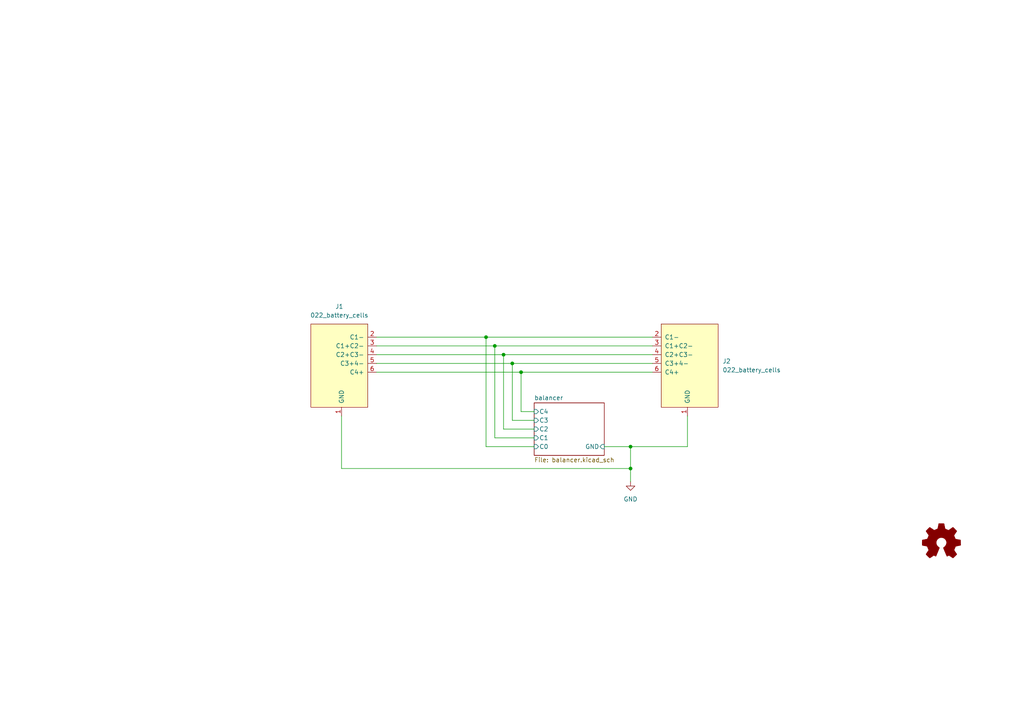
<source format=kicad_sch>
(kicad_sch
	(version 20250114)
	(generator "eeschema")
	(generator_version "9.0")
	(uuid "57732dd3-1162-4c3f-88bd-31bf473d124d")
	(paper "A4")
	(lib_symbols
		(symbol "Graphic:Logo_Open_Hardware_Small"
			(pin_names
				(offset 1.016)
			)
			(exclude_from_sim no)
			(in_bom yes)
			(on_board yes)
			(property "Reference" "#LOGO"
				(at 0 6.985 0)
				(effects
					(font
						(size 1.27 1.27)
					)
					(hide yes)
				)
			)
			(property "Value" "Logo_Open_Hardware_Small"
				(at 0 -5.715 0)
				(effects
					(font
						(size 1.27 1.27)
					)
					(hide yes)
				)
			)
			(property "Footprint" ""
				(at 0 0 0)
				(effects
					(font
						(size 1.27 1.27)
					)
					(hide yes)
				)
			)
			(property "Datasheet" "~"
				(at 0 0 0)
				(effects
					(font
						(size 1.27 1.27)
					)
					(hide yes)
				)
			)
			(property "Description" "Open Hardware logo, small"
				(at 0 0 0)
				(effects
					(font
						(size 1.27 1.27)
					)
					(hide yes)
				)
			)
			(property "ki_keywords" "Logo"
				(at 0 0 0)
				(effects
					(font
						(size 1.27 1.27)
					)
					(hide yes)
				)
			)
			(symbol "Logo_Open_Hardware_Small_0_1"
				(polyline
					(pts
						(xy 3.3528 -4.3434) (xy 3.302 -4.318) (xy 3.175 -4.2418) (xy 2.9972 -4.1148) (xy 2.7686 -3.9624)
						(xy 2.54 -3.81) (xy 2.3622 -3.7084) (xy 2.2352 -3.6068) (xy 2.1844 -3.5814) (xy 2.159 -3.6068)
						(xy 2.0574 -3.6576) (xy 1.905 -3.7338) (xy 1.8034 -3.7846) (xy 1.6764 -3.8354) (xy 1.6002 -3.8354)
						(xy 1.6002 -3.8354) (xy 1.5494 -3.7338) (xy 1.4732 -3.5306) (xy 1.3462 -3.302) (xy 1.2446 -3.0226)
						(xy 1.1176 -2.7178) (xy 0.9652 -2.413) (xy 0.8636 -2.1082) (xy 0.7366 -1.8288) (xy 0.6604 -1.6256)
						(xy 0.6096 -1.4732) (xy 0.5842 -1.397) (xy 0.5842 -1.397) (xy 0.6604 -1.3208) (xy 0.7874 -1.2446)
						(xy 1.0414 -1.016) (xy 1.2954 -0.6858) (xy 1.4478 -0.3302) (xy 1.524 0.0762) (xy 1.4732 0.4572)
						(xy 1.3208 0.8128) (xy 1.0668 1.143) (xy 0.762 1.3716) (xy 0.4064 1.524) (xy 0 1.5748) (xy -0.381 1.5494)
						(xy -0.7366 1.397) (xy -1.0668 1.143) (xy -1.2192 0.9906) (xy -1.397 0.6604) (xy -1.524 0.3048)
						(xy -1.524 0.2286) (xy -1.4986 -0.1778) (xy -1.397 -0.5334) (xy -1.1938 -0.8636) (xy -0.9144 -1.143)
						(xy -0.8636 -1.1684) (xy -0.7366 -1.27) (xy -0.635 -1.3462) (xy -0.5842 -1.397) (xy -1.0668 -2.5908)
						(xy -1.143 -2.794) (xy -1.2954 -3.1242) (xy -1.397 -3.4036) (xy -1.4986 -3.6322) (xy -1.5748 -3.7846)
						(xy -1.6002 -3.8354) (xy -1.6002 -3.8354) (xy -1.651 -3.8354) (xy -1.7272 -3.81) (xy -1.905 -3.7338)
						(xy -2.0066 -3.683) (xy -2.1336 -3.6068) (xy -2.2098 -3.5814) (xy -2.2606 -3.6068) (xy -2.3622 -3.683)
						(xy -2.54 -3.81) (xy -2.7686 -3.9624) (xy -2.9718 -4.0894) (xy -3.1496 -4.2164) (xy -3.302 -4.318)
						(xy -3.3528 -4.3434) (xy -3.3782 -4.3434) (xy -3.429 -4.318) (xy -3.5306 -4.2164) (xy -3.7084 -4.064)
						(xy -3.937 -3.8354) (xy -3.9624 -3.81) (xy -4.1656 -3.6068) (xy -4.318 -3.4544) (xy -4.4196 -3.3274)
						(xy -4.445 -3.2766) (xy -4.445 -3.2766) (xy -4.4196 -3.2258) (xy -4.318 -3.0734) (xy -4.2164 -2.8956)
						(xy -4.064 -2.667) (xy -3.6576 -2.0828) (xy -3.8862 -1.5494) (xy -3.937 -1.3716) (xy -4.0386 -1.1684)
						(xy -4.0894 -1.0414) (xy -4.1148 -0.9652) (xy -4.191 -0.9398) (xy -4.318 -0.9144) (xy -4.5466 -0.8636)
						(xy -4.8006 -0.8128) (xy -5.0546 -0.7874) (xy -5.2578 -0.7366) (xy -5.4356 -0.7112) (xy -5.5118 -0.6858)
						(xy -5.5118 -0.6858) (xy -5.5372 -0.635) (xy -5.5372 -0.5588) (xy -5.5372 -0.4318) (xy -5.5626 -0.2286)
						(xy -5.5626 0.0762) (xy -5.5626 0.127) (xy -5.5372 0.4064) (xy -5.5372 0.635) (xy -5.5372 0.762)
						(xy -5.5372 0.8382) (xy -5.5372 0.8382) (xy -5.461 0.8382) (xy -5.3086 0.889) (xy -5.08 0.9144)
						(xy -4.826 0.9652) (xy -4.8006 0.9906) (xy -4.5466 1.0414) (xy -4.318 1.0668) (xy -4.1656 1.1176)
						(xy -4.0894 1.143) (xy -4.0894 1.143) (xy -4.0386 1.2446) (xy -3.9624 1.4224) (xy -3.8608 1.6256)
						(xy -3.7846 1.8288) (xy -3.7084 2.0066) (xy -3.6576 2.159) (xy -3.6322 2.2098) (xy -3.6322 2.2098)
						(xy -3.683 2.286) (xy -3.7592 2.413) (xy -3.8862 2.5908) (xy -4.064 2.8194) (xy -4.064 2.8448)
						(xy -4.2164 3.0734) (xy -4.3434 3.2512) (xy -4.4196 3.3782) (xy -4.445 3.4544) (xy -4.445 3.4544)
						(xy -4.3942 3.5052) (xy -4.2926 3.6322) (xy -4.1148 3.81) (xy -3.937 4.0132) (xy -3.8608 4.064)
						(xy -3.6576 4.2926) (xy -3.5052 4.4196) (xy -3.4036 4.4958) (xy -3.3528 4.5212) (xy -3.3528 4.5212)
						(xy -3.302 4.4704) (xy -3.1496 4.3688) (xy -2.9718 4.2418) (xy -2.7432 4.0894) (xy -2.7178 4.0894)
						(xy -2.4892 3.937) (xy -2.3114 3.81) (xy -2.1844 3.7084) (xy -2.1336 3.683) (xy -2.1082 3.683)
						(xy -2.032 3.7084) (xy -1.8542 3.7592) (xy -1.6764 3.8354) (xy -1.4732 3.937) (xy -1.27 4.0132)
						(xy -1.143 4.064) (xy -1.0668 4.1148) (xy -1.0668 4.1148) (xy -1.0414 4.191) (xy -1.016 4.3434)
						(xy -0.9652 4.572) (xy -0.9144 4.8514) (xy -0.889 4.9022) (xy -0.8382 5.1562) (xy -0.8128 5.3848)
						(xy -0.7874 5.5372) (xy -0.762 5.588) (xy -0.7112 5.6134) (xy -0.5842 5.6134) (xy -0.4064 5.6134)
						(xy -0.1524 5.6134) (xy 0.0762 5.6134) (xy 0.3302 5.6134) (xy 0.5334 5.6134) (xy 0.6858 5.588)
						(xy 0.7366 5.588) (xy 0.7366 5.588) (xy 0.762 5.5118) (xy 0.8128 5.334) (xy 0.8382 5.1054) (xy 0.9144 4.826)
						(xy 0.9144 4.7752) (xy 0.9652 4.5212) (xy 1.016 4.2926) (xy 1.0414 4.1402) (xy 1.0668 4.0894)
						(xy 1.0668 4.0894) (xy 1.1938 4.0386) (xy 1.3716 3.9624) (xy 1.5748 3.8608) (xy 2.0828 3.6576)
						(xy 2.7178 4.0894) (xy 2.7686 4.1402) (xy 2.9972 4.2926) (xy 3.175 4.4196) (xy 3.302 4.4958) (xy 3.3782 4.5212)
						(xy 3.3782 4.5212) (xy 3.429 4.4704) (xy 3.556 4.3434) (xy 3.7338 4.191) (xy 3.9116 3.9878) (xy 4.064 3.8354)
						(xy 4.2418 3.6576) (xy 4.3434 3.556) (xy 4.4196 3.4798) (xy 4.4196 3.429) (xy 4.4196 3.4036) (xy 4.3942 3.3274)
						(xy 4.2926 3.2004) (xy 4.1656 2.9972) (xy 4.0132 2.794) (xy 3.8862 2.5908) (xy 3.7592 2.3876)
						(xy 3.6576 2.2352) (xy 3.6322 2.159) (xy 3.6322 2.1336) (xy 3.683 2.0066) (xy 3.7592 1.8288) (xy 3.8608 1.6002)
						(xy 4.064 1.1176) (xy 4.3942 1.0414) (xy 4.5974 1.016) (xy 4.8768 0.9652) (xy 5.1308 0.9144) (xy 5.5372 0.8382)
						(xy 5.5626 -0.6604) (xy 5.4864 -0.6858) (xy 5.4356 -0.6858) (xy 5.2832 -0.7366) (xy 5.0546 -0.762)
						(xy 4.8006 -0.8128) (xy 4.5974 -0.8636) (xy 4.3688 -0.9144) (xy 4.2164 -0.9398) (xy 4.1402 -0.9398)
						(xy 4.1148 -0.9652) (xy 4.064 -1.0668) (xy 3.9878 -1.2446) (xy 3.9116 -1.4478) (xy 3.81 -1.651)
						(xy 3.7338 -1.8542) (xy 3.683 -2.0066) (xy 3.6576 -2.0828) (xy 3.683 -2.1336) (xy 3.7846 -2.2606)
						(xy 3.8862 -2.4638) (xy 4.0386 -2.667) (xy 4.191 -2.8956) (xy 4.318 -3.0734) (xy 4.3942 -3.2004)
						(xy 4.445 -3.2766) (xy 4.4196 -3.3274) (xy 4.3434 -3.429) (xy 4.1656 -3.5814) (xy 3.937 -3.8354)
						(xy 3.8862 -3.8608) (xy 3.683 -4.064) (xy 3.5306 -4.2164) (xy 3.4036 -4.318) (xy 3.3528 -4.3434)
					)
					(stroke
						(width 0)
						(type default)
					)
					(fill
						(type outline)
					)
				)
			)
			(embedded_fonts no)
		)
		(symbol "power:GND"
			(power)
			(pin_names
				(offset 0)
			)
			(exclude_from_sim no)
			(in_bom yes)
			(on_board yes)
			(property "Reference" "#PWR"
				(at 0 -6.35 0)
				(effects
					(font
						(size 1.27 1.27)
					)
					(hide yes)
				)
			)
			(property "Value" "GND"
				(at 0 -3.81 0)
				(effects
					(font
						(size 1.27 1.27)
					)
				)
			)
			(property "Footprint" ""
				(at 0 0 0)
				(effects
					(font
						(size 1.27 1.27)
					)
					(hide yes)
				)
			)
			(property "Datasheet" ""
				(at 0 0 0)
				(effects
					(font
						(size 1.27 1.27)
					)
					(hide yes)
				)
			)
			(property "Description" "Power symbol creates a global label with name \"GND\" , ground"
				(at 0 0 0)
				(effects
					(font
						(size 1.27 1.27)
					)
					(hide yes)
				)
			)
			(property "ki_keywords" "power-flag"
				(at 0 0 0)
				(effects
					(font
						(size 1.27 1.27)
					)
					(hide yes)
				)
			)
			(symbol "GND_0_1"
				(polyline
					(pts
						(xy 0 0) (xy 0 -1.27) (xy 1.27 -1.27) (xy 0 -2.54) (xy -1.27 -1.27) (xy 0 -1.27)
					)
					(stroke
						(width 0)
						(type default)
					)
					(fill
						(type none)
					)
				)
			)
			(symbol "GND_1_1"
				(pin power_in line
					(at 0 0 270)
					(length 0)
					(hide yes)
					(name "GND"
						(effects
							(font
								(size 1.27 1.27)
							)
						)
					)
					(number "1"
						(effects
							(font
								(size 1.27 1.27)
							)
						)
					)
				)
			)
			(embedded_fonts no)
		)
		(symbol "put_on_edge:022_battery_cells"
			(pin_names
				(offset 1.016)
			)
			(exclude_from_sim no)
			(in_bom yes)
			(on_board yes)
			(property "Reference" "J"
				(at -2.54 13.97 0)
				(effects
					(font
						(size 1.27 1.27)
					)
				)
			)
			(property "Value" "022_battery_cells"
				(at 8.89 13.97 0)
				(effects
					(font
						(size 1.27 1.27)
					)
				)
			)
			(property "Footprint" ""
				(at 7.62 16.51 0)
				(effects
					(font
						(size 1.27 1.27)
					)
					(hide yes)
				)
			)
			(property "Datasheet" ""
				(at 7.62 16.51 0)
				(effects
					(font
						(size 1.27 1.27)
					)
					(hide yes)
				)
			)
			(property "Description" ""
				(at 0 0 0)
				(effects
					(font
						(size 1.27 1.27)
					)
					(hide yes)
				)
			)
			(symbol "022_battery_cells_0_1"
				(rectangle
					(start -8.89 12.7)
					(end 7.62 -11.43)
					(stroke
						(width 0)
						(type default)
					)
					(fill
						(type background)
					)
				)
			)
			(symbol "022_battery_cells_1_1"
				(pin unspecified line
					(at -11.43 8.89 0)
					(length 2.54)
					(name "C1-"
						(effects
							(font
								(size 1.27 1.27)
							)
						)
					)
					(number "2"
						(effects
							(font
								(size 1.27 1.27)
							)
						)
					)
				)
				(pin unspecified line
					(at -11.43 6.35 0)
					(length 2.54)
					(name "C1+C2-"
						(effects
							(font
								(size 1.27 1.27)
							)
						)
					)
					(number "3"
						(effects
							(font
								(size 1.27 1.27)
							)
						)
					)
				)
				(pin unspecified line
					(at -11.43 3.81 0)
					(length 2.54)
					(name "C2+C3-"
						(effects
							(font
								(size 1.27 1.27)
							)
						)
					)
					(number "4"
						(effects
							(font
								(size 1.27 1.27)
							)
						)
					)
				)
				(pin unspecified line
					(at -11.43 1.27 0)
					(length 2.54)
					(name "C3+4-"
						(effects
							(font
								(size 1.27 1.27)
							)
						)
					)
					(number "5"
						(effects
							(font
								(size 1.27 1.27)
							)
						)
					)
				)
				(pin unspecified line
					(at -11.43 -1.27 0)
					(length 2.54)
					(name "C4+"
						(effects
							(font
								(size 1.27 1.27)
							)
						)
					)
					(number "6"
						(effects
							(font
								(size 1.27 1.27)
							)
						)
					)
				)
				(pin power_in line
					(at -1.27 -13.97 90)
					(length 2.54)
					(name "GND"
						(effects
							(font
								(size 1.27 1.27)
							)
						)
					)
					(number "1"
						(effects
							(font
								(size 1.27 1.27)
							)
						)
					)
				)
			)
			(embedded_fonts no)
		)
	)
	(junction
		(at 151.13 107.95)
		(diameter 0)
		(color 0 0 0 0)
		(uuid "1d80c49e-3631-4742-99c5-0eb0dbf277e8")
	)
	(junction
		(at 182.88 135.89)
		(diameter 0)
		(color 0 0 0 0)
		(uuid "65f1fa2d-8318-4584-a586-7d632433ff0f")
	)
	(junction
		(at 143.51 100.33)
		(diameter 0)
		(color 0 0 0 0)
		(uuid "6704fbd2-3139-439c-b7cc-1c4cda5b8165")
	)
	(junction
		(at 148.59 105.41)
		(diameter 0)
		(color 0 0 0 0)
		(uuid "68bd1923-1917-487e-b670-658ea9c7f221")
	)
	(junction
		(at 182.88 129.54)
		(diameter 0)
		(color 0 0 0 0)
		(uuid "6a0fca04-b1b5-459e-98a9-fb966fcfc5f4")
	)
	(junction
		(at 140.97 97.79)
		(diameter 0)
		(color 0 0 0 0)
		(uuid "7dc0ed5b-6185-4b5b-bc79-8050c0c42a3c")
	)
	(junction
		(at 146.05 102.87)
		(diameter 0)
		(color 0 0 0 0)
		(uuid "c8378a5e-877b-43c1-8066-f945e1c77820")
	)
	(wire
		(pts
			(xy 148.59 105.41) (xy 189.23 105.41)
		)
		(stroke
			(width 0)
			(type default)
		)
		(uuid "07648669-a9eb-4476-9f17-eeb9c8628bd0")
	)
	(wire
		(pts
			(xy 143.51 127) (xy 143.51 100.33)
		)
		(stroke
			(width 0)
			(type default)
		)
		(uuid "10dcbf56-c0c2-4d5b-afd3-67495940d25a")
	)
	(wire
		(pts
			(xy 146.05 124.46) (xy 146.05 102.87)
		)
		(stroke
			(width 0)
			(type default)
		)
		(uuid "1465f79c-ba0d-4163-803b-9a5c400134d4")
	)
	(wire
		(pts
			(xy 146.05 102.87) (xy 189.23 102.87)
		)
		(stroke
			(width 0)
			(type default)
		)
		(uuid "2c47cb5c-bbae-4868-a144-f01276d562af")
	)
	(wire
		(pts
			(xy 140.97 129.54) (xy 140.97 97.79)
		)
		(stroke
			(width 0)
			(type default)
		)
		(uuid "2c7b29a3-6a2b-494c-b6ea-85426e0e1fa6")
	)
	(wire
		(pts
			(xy 154.94 119.38) (xy 151.13 119.38)
		)
		(stroke
			(width 0)
			(type default)
		)
		(uuid "30ad77b8-9659-4052-ae8e-eeacaa80b6f0")
	)
	(wire
		(pts
			(xy 99.06 120.65) (xy 99.06 135.89)
		)
		(stroke
			(width 0)
			(type default)
		)
		(uuid "3461dccf-7097-4ca9-9cea-804fff73d11a")
	)
	(wire
		(pts
			(xy 140.97 97.79) (xy 189.23 97.79)
		)
		(stroke
			(width 0)
			(type default)
		)
		(uuid "3cfc1937-1ea9-4b63-9287-9a95d330528f")
	)
	(wire
		(pts
			(xy 182.88 129.54) (xy 199.39 129.54)
		)
		(stroke
			(width 0)
			(type default)
		)
		(uuid "4153108b-bcd8-49f4-ba05-875fb5ce1416")
	)
	(wire
		(pts
			(xy 151.13 119.38) (xy 151.13 107.95)
		)
		(stroke
			(width 0)
			(type default)
		)
		(uuid "417cbb87-fe3d-4444-ac77-05ad142e45f6")
	)
	(wire
		(pts
			(xy 109.22 107.95) (xy 151.13 107.95)
		)
		(stroke
			(width 0)
			(type default)
		)
		(uuid "43745451-d226-44c8-a261-6b9972daf168")
	)
	(wire
		(pts
			(xy 148.59 121.92) (xy 148.59 105.41)
		)
		(stroke
			(width 0)
			(type default)
		)
		(uuid "46d92071-f509-40f3-b8f3-217ba99a46b9")
	)
	(wire
		(pts
			(xy 182.88 135.89) (xy 182.88 139.7)
		)
		(stroke
			(width 0)
			(type default)
		)
		(uuid "4d142d30-b225-488f-becb-bbd206c62019")
	)
	(wire
		(pts
			(xy 199.39 120.65) (xy 199.39 129.54)
		)
		(stroke
			(width 0)
			(type default)
		)
		(uuid "54b779a2-560f-465b-8174-84871e620c1d")
	)
	(wire
		(pts
			(xy 182.88 129.54) (xy 182.88 135.89)
		)
		(stroke
			(width 0)
			(type default)
		)
		(uuid "5a1fc14d-1d6f-444c-82b2-77ce3f0eeb3f")
	)
	(wire
		(pts
			(xy 154.94 124.46) (xy 146.05 124.46)
		)
		(stroke
			(width 0)
			(type default)
		)
		(uuid "62f0f6fe-7679-40b5-aaea-c1e8c2b7754a")
	)
	(wire
		(pts
			(xy 154.94 121.92) (xy 148.59 121.92)
		)
		(stroke
			(width 0)
			(type default)
		)
		(uuid "6cd94133-d4bd-41ab-8027-db3b2f5838ac")
	)
	(wire
		(pts
			(xy 143.51 100.33) (xy 189.23 100.33)
		)
		(stroke
			(width 0)
			(type default)
		)
		(uuid "7fe7e600-d733-48d8-9ef5-256327361972")
	)
	(wire
		(pts
			(xy 151.13 107.95) (xy 189.23 107.95)
		)
		(stroke
			(width 0)
			(type default)
		)
		(uuid "82f901f1-bd5b-4589-aaf8-62b3552262e3")
	)
	(wire
		(pts
			(xy 109.22 100.33) (xy 143.51 100.33)
		)
		(stroke
			(width 0)
			(type default)
		)
		(uuid "9534e7a5-8236-4cf9-b881-0c4c4a84962a")
	)
	(wire
		(pts
			(xy 154.94 129.54) (xy 140.97 129.54)
		)
		(stroke
			(width 0)
			(type default)
		)
		(uuid "966ee807-e69a-4234-8c26-5ecb9ba2caa9")
	)
	(wire
		(pts
			(xy 109.22 105.41) (xy 148.59 105.41)
		)
		(stroke
			(width 0)
			(type default)
		)
		(uuid "ae3ee8c8-0703-44ca-a158-6cbc1e110c2e")
	)
	(wire
		(pts
			(xy 175.26 129.54) (xy 182.88 129.54)
		)
		(stroke
			(width 0)
			(type default)
		)
		(uuid "b5f50e6e-6728-4454-96f5-44e0bc388ce5")
	)
	(wire
		(pts
			(xy 109.22 102.87) (xy 146.05 102.87)
		)
		(stroke
			(width 0)
			(type default)
		)
		(uuid "c1173a02-9c98-479e-9aaa-61d6a3d08459")
	)
	(wire
		(pts
			(xy 109.22 97.79) (xy 140.97 97.79)
		)
		(stroke
			(width 0)
			(type default)
		)
		(uuid "f109bf6c-2ea9-4a5d-8430-a9af66540365")
	)
	(wire
		(pts
			(xy 99.06 135.89) (xy 182.88 135.89)
		)
		(stroke
			(width 0)
			(type default)
		)
		(uuid "f85974e9-ed76-410c-8849-e5e50638f496")
	)
	(wire
		(pts
			(xy 154.94 127) (xy 143.51 127)
		)
		(stroke
			(width 0)
			(type default)
		)
		(uuid "fba1d3df-901d-4488-b0ef-d752399937e2")
	)
	(symbol
		(lib_id "put_on_edge:022_battery_cells")
		(at 97.79 106.68 0)
		(mirror y)
		(unit 1)
		(exclude_from_sim no)
		(in_bom yes)
		(on_board yes)
		(dnp no)
		(fields_autoplaced yes)
		(uuid "044bd028-9afc-4cd6-96ae-f11eb083032c")
		(property "Reference" "J1"
			(at 98.425 88.9 0)
			(effects
				(font
					(size 1.27 1.27)
				)
			)
		)
		(property "Value" "022_battery_cells"
			(at 98.425 91.44 0)
			(effects
				(font
					(size 1.27 1.27)
				)
			)
		)
		(property "Footprint" "on_edge:on_edge_2x05_device"
			(at 90.17 90.17 0)
			(effects
				(font
					(size 1.27 1.27)
				)
				(hide yes)
			)
		)
		(property "Datasheet" ""
			(at 90.17 90.17 0)
			(effects
				(font
					(size 1.27 1.27)
				)
				(hide yes)
			)
		)
		(property "Description" ""
			(at 97.79 106.68 0)
			(effects
				(font
					(size 1.27 1.27)
				)
				(hide yes)
			)
		)
		(pin "2"
			(uuid "19a6bc21-3e6b-4620-80e4-a8dc98e96fef")
		)
		(pin "1"
			(uuid "b6446934-8575-4fe5-872c-1676266311d3")
		)
		(pin "3"
			(uuid "fcbb087a-4d23-4b91-a6e4-1aa18ee9c698")
		)
		(pin "6"
			(uuid "1a4ad638-e044-46b4-ade1-8515f4ef7dbd")
		)
		(pin "5"
			(uuid "33caf2dc-b8b0-4c2e-b99c-506569f7518f")
		)
		(pin "4"
			(uuid "641344f9-bb79-442e-b319-b9d0b121d4fd")
		)
		(instances
			(project ""
				(path "/57732dd3-1162-4c3f-88bd-31bf473d124d"
					(reference "J1")
					(unit 1)
				)
			)
		)
	)
	(symbol
		(lib_id "put_on_edge:022_battery_cells")
		(at 200.66 106.68 0)
		(unit 1)
		(exclude_from_sim no)
		(in_bom yes)
		(on_board yes)
		(dnp no)
		(fields_autoplaced yes)
		(uuid "53bde054-953e-4002-bd6a-22914d15429a")
		(property "Reference" "J2"
			(at 209.55 104.7749 0)
			(effects
				(font
					(size 1.27 1.27)
				)
				(justify left)
			)
		)
		(property "Value" "022_battery_cells"
			(at 209.55 107.3149 0)
			(effects
				(font
					(size 1.27 1.27)
				)
				(justify left)
			)
		)
		(property "Footprint" "on_edge:on_edge_2x05_host"
			(at 208.28 90.17 0)
			(effects
				(font
					(size 1.27 1.27)
				)
				(hide yes)
			)
		)
		(property "Datasheet" ""
			(at 208.28 90.17 0)
			(effects
				(font
					(size 1.27 1.27)
				)
				(hide yes)
			)
		)
		(property "Description" ""
			(at 200.66 106.68 0)
			(effects
				(font
					(size 1.27 1.27)
				)
				(hide yes)
			)
		)
		(pin "2"
			(uuid "00183276-4c2f-4504-b66f-2a8ebc050095")
		)
		(pin "6"
			(uuid "3165f09f-6e28-4980-ad2c-e22035de10c6")
		)
		(pin "4"
			(uuid "817e6da6-d85a-4818-8299-cf657d3607c2")
		)
		(pin "3"
			(uuid "423687e8-c369-4b8e-9d19-8500d8d5cf38")
		)
		(pin "1"
			(uuid "b20df36f-35a9-414a-bb0e-c0ba1f0f99fa")
		)
		(pin "5"
			(uuid "7b0bc07f-e45a-4617-8668-cb4552fa53ba")
		)
		(instances
			(project ""
				(path "/57732dd3-1162-4c3f-88bd-31bf473d124d"
					(reference "J2")
					(unit 1)
				)
			)
		)
	)
	(symbol
		(lib_id "power:GND")
		(at 182.88 139.7 0)
		(unit 1)
		(exclude_from_sim no)
		(in_bom yes)
		(on_board yes)
		(dnp no)
		(fields_autoplaced yes)
		(uuid "971afa99-5d33-4a72-a8e1-edd3c45138ed")
		(property "Reference" "#PWR0101"
			(at 182.88 146.05 0)
			(effects
				(font
					(size 1.27 1.27)
				)
				(hide yes)
			)
		)
		(property "Value" "GND"
			(at 182.88 144.78 0)
			(effects
				(font
					(size 1.27 1.27)
				)
			)
		)
		(property "Footprint" ""
			(at 182.88 139.7 0)
			(effects
				(font
					(size 1.27 1.27)
				)
				(hide yes)
			)
		)
		(property "Datasheet" ""
			(at 182.88 139.7 0)
			(effects
				(font
					(size 1.27 1.27)
				)
				(hide yes)
			)
		)
		(property "Description" ""
			(at 182.88 139.7 0)
			(effects
				(font
					(size 1.27 1.27)
				)
				(hide yes)
			)
		)
		(pin "1"
			(uuid "0e12e353-ffd6-4e27-8957-653e209f57b0")
		)
		(instances
			(project "board"
				(path "/57732dd3-1162-4c3f-88bd-31bf473d124d"
					(reference "#PWR0101")
					(unit 1)
				)
			)
		)
	)
	(symbol
		(lib_id "Graphic:Logo_Open_Hardware_Small")
		(at 273.05 157.48 0)
		(unit 1)
		(exclude_from_sim no)
		(in_bom yes)
		(on_board yes)
		(dnp no)
		(fields_autoplaced yes)
		(uuid "b72b6f4a-7489-40f2-bb90-d75ae01aa368")
		(property "Reference" "LOGO1"
			(at 273.05 150.495 0)
			(effects
				(font
					(size 1.27 1.27)
				)
				(hide yes)
			)
		)
		(property "Value" "Logo_Open_Hardware_Small"
			(at 273.05 163.195 0)
			(effects
				(font
					(size 1.27 1.27)
				)
				(hide yes)
			)
		)
		(property "Footprint" "Symbol:OSHW-Symbol_6.7x6mm_SilkScreen"
			(at 273.05 157.48 0)
			(effects
				(font
					(size 1.27 1.27)
				)
				(hide yes)
			)
		)
		(property "Datasheet" "~"
			(at 273.05 157.48 0)
			(effects
				(font
					(size 1.27 1.27)
				)
				(hide yes)
			)
		)
		(property "Description" ""
			(at 273.05 157.48 0)
			(effects
				(font
					(size 1.27 1.27)
				)
				(hide yes)
			)
		)
		(instances
			(project "board"
				(path "/57732dd3-1162-4c3f-88bd-31bf473d124d"
					(reference "LOGO1")
					(unit 1)
				)
			)
		)
	)
	(sheet
		(at 154.94 116.84)
		(size 20.32 15.24)
		(exclude_from_sim no)
		(in_bom yes)
		(on_board yes)
		(dnp no)
		(fields_autoplaced yes)
		(stroke
			(width 0.1524)
			(type solid)
		)
		(fill
			(color 0 0 0 0.0000)
		)
		(uuid "767ce4c6-0e55-4543-92f0-34cb8237a544")
		(property "Sheetname" "balancer"
			(at 154.94 116.1284 0)
			(effects
				(font
					(size 1.27 1.27)
				)
				(justify left bottom)
			)
		)
		(property "Sheetfile" "balancer.kicad_sch"
			(at 154.94 132.6646 0)
			(effects
				(font
					(size 1.27 1.27)
				)
				(justify left top)
			)
		)
		(pin "GND" input
			(at 175.26 129.54 0)
			(uuid "466cf29f-04d2-4303-aa26-8ec28548d2f2")
			(effects
				(font
					(size 1.27 1.27)
				)
				(justify right)
			)
		)
		(pin "C0" input
			(at 154.94 129.54 180)
			(uuid "daedb090-e804-4527-b60f-6a210c79627d")
			(effects
				(font
					(size 1.27 1.27)
				)
				(justify left)
			)
		)
		(pin "C1" input
			(at 154.94 127 180)
			(uuid "681563de-8257-4e36-a7e7-214c6bea3062")
			(effects
				(font
					(size 1.27 1.27)
				)
				(justify left)
			)
		)
		(pin "C2" input
			(at 154.94 124.46 180)
			(uuid "97ef2c12-a7f6-489a-a886-153a292d963d")
			(effects
				(font
					(size 1.27 1.27)
				)
				(justify left)
			)
		)
		(pin "C3" input
			(at 154.94 121.92 180)
			(uuid "8e50b34f-8745-490b-b774-54b3582cca92")
			(effects
				(font
					(size 1.27 1.27)
				)
				(justify left)
			)
		)
		(pin "C4" input
			(at 154.94 119.38 180)
			(uuid "67d75d9a-119c-40fa-adcd-a8c8d964b6ce")
			(effects
				(font
					(size 1.27 1.27)
				)
				(justify left)
			)
		)
		(instances
			(project "board"
				(path "/57732dd3-1162-4c3f-88bd-31bf473d124d"
					(page "2")
				)
			)
		)
	)
	(sheet_instances
		(path "/"
			(page "1")
		)
	)
	(embedded_fonts no)
)

</source>
